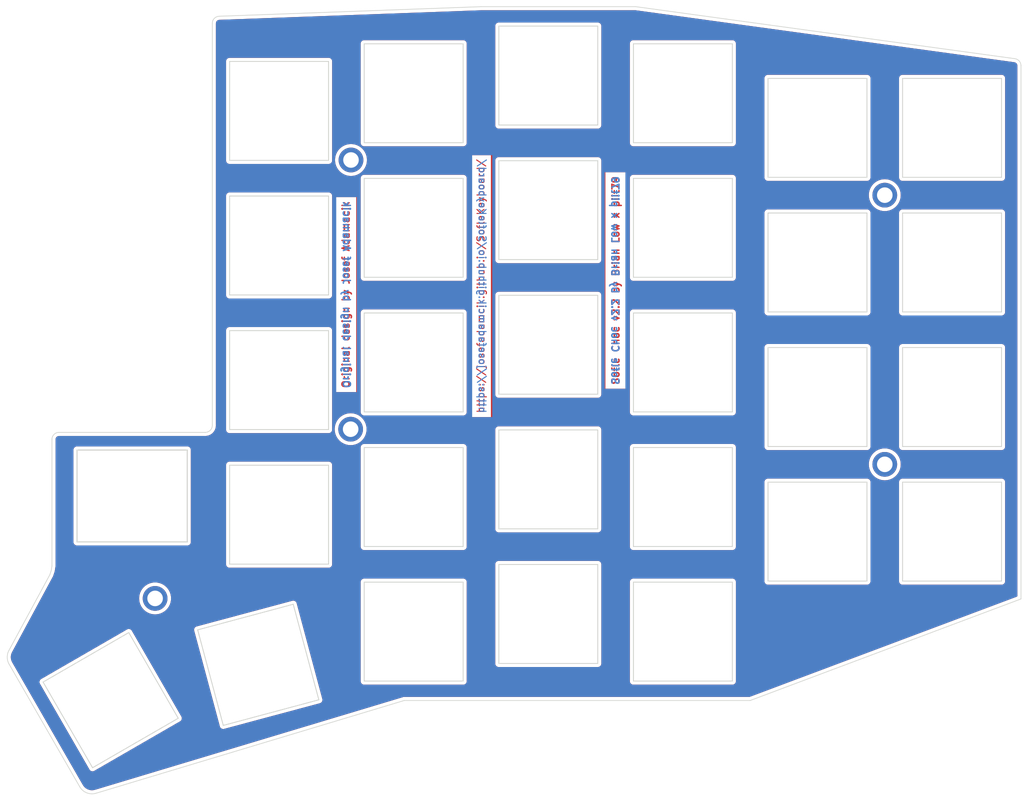
<source format=kicad_pcb>
(kicad_pcb (version 20211014) (generator pcbnew)
  (layers (0 "F.Cu" signal) (31 "B.Cu" signal) (34 "B.Paste" user) (35 "F.Paste" user) (36 "B.SilkS" user "B.Silkscreen") (37 "F.SilkS" user "F.Silkscreen") (38 "B.Mask" user) (39 "F.Mask" user) (44 "Edge.Cuts" user))
  (net 0 "")
  (footprint "MountingHole:MountingHole_2.2mm_M2_ISO7380_Pad" (layer "F.Cu") (at 206.275 61.925)
    (fp_text reference "TH4" hide)
    (fp_text value "HOLE" hide)
    (pad "1" thru_hole circle (at 0 0) (size 3.5 3.5) (drill 2.2) (layers *.Cu *.Mask))
  )
  (footprint "MountingHole:MountingHole_2.2mm_M2_ISO7380_Pad" (layer "F.Cu") (at 130.725 56.95)
    (fp_text reference "TH3" hide)
    (fp_text value "HOLE" hide)
    (pad "1" thru_hole circle (at 0 0) (size 3.5 3.5) (drill 2.2) (layers *.Cu *.Mask))
  )
  (footprint "MountingHole:MountingHole_2.2mm_M2_ISO7380_Pad" (layer "F.Cu") (at 206.275 100.025)
    (fp_text reference "TH6" hide)
    (fp_text value "HOLE" hide)
    (pad "1" thru_hole circle (at 0 0) (size 3.5 3.5) (drill 2.2) (layers *.Cu *.Mask))
  )
  (footprint "MountingHole:MountingHole_2.2mm_M2_ISO7380_Pad" (layer "F.Cu") (at 130.675 95.05)
    (fp_text reference "TH5" hide)
    (fp_text value "HOLE" hide)
    (pad "1" thru_hole circle (at 0 0) (size 3.5 3.5) (drill 2.2) (layers *.Cu *.Mask))
  )
  (footprint "MountingHole:MountingHole_2.2mm_M2_ISO7380_Pad" (layer "F.Cu") (at 103 119 180)
    (fp_text reference "TH7" hide)
    (fp_text value "HOLE" hide)
    (pad "1" thru_hole circle (at 0 0 180) (size 3.5 3.5) (drill 2.2) (layers *.Cu *.Mask))
  )
  (footprint "SofleChocTop:SW_Hole" (layer "F.Cu") (at 215.8 52.4)
    (fp_text reference "SW2" hide)
    (fp_text value "KEY_SWITCH" hide)
    (fp_line (start -7 7) (end 7 7) (layer "Edge.Cuts") (width 0.12))
    (fp_line (start 7 -7) (end -7 -7) (layer "Edge.Cuts") (width 0.12))
    (fp_line (start 7 7) (end 7 -7) (layer "Edge.Cuts") (width 0.12))
    (fp_line (start -7 -7) (end -7 7) (layer "Edge.Cuts") (width 0.12))
  )
  (footprint "SofleChocTop:SW_Hole" (layer "F.Cu") (at 196.75 52.4)
    (fp_text reference "SW2" hide)
    (fp_text value "KEY_SWITCH" hide)
    (fp_line (start -7 -7) (end -7 7) (layer "Edge.Cuts") (width 0.12))
    (fp_line (start 7 7) (end 7 -7) (layer "Edge.Cuts") (width 0.12))
    (fp_line (start 7 -7) (end -7 -7) (layer "Edge.Cuts") (width 0.12))
    (fp_line (start -7 7) (end 7 7) (layer "Edge.Cuts") (width 0.12))
  )
  (footprint "SofleChocTop:SW_Hole" (layer "F.Cu") (at 196.75 71.45)
    (fp_text reference "SW2" hide)
    (fp_text value "KEY_SWITCH" hide)
    (fp_line (start -7 7) (end 7 7) (layer "Edge.Cuts") (width 0.12))
    (fp_line (start 7 -7) (end -7 -7) (layer "Edge.Cuts") (width 0.12))
    (fp_line (start -7 -7) (end -7 7) (layer "Edge.Cuts") (width 0.12))
    (fp_line (start 7 7) (end 7 -7) (layer "Edge.Cuts") (width 0.12))
  )
  (footprint "SofleChocTop:SW_Hole" (layer "F.Cu") (at 215.8 71.45)
    (fp_text reference "SW2" hide)
    (fp_text value "KEY_SWITCH" hide)
    (fp_line (start -7 -7) (end -7 7) (layer "Edge.Cuts") (width 0.12))
    (fp_line (start 7 -7) (end -7 -7) (layer "Edge.Cuts") (width 0.12))
    (fp_line (start 7 7) (end 7 -7) (layer "Edge.Cuts") (width 0.12))
    (fp_line (start -7 7) (end 7 7) (layer "Edge.Cuts") (width 0.12))
  )
  (footprint "SofleChocTop:SW_Hole" (layer "F.Cu") (at 196.75 90.5)
    (fp_text reference "SW2" hide)
    (fp_text value "KEY_SWITCH" hide)
    (fp_line (start -7 -7) (end -7 7) (layer "Edge.Cuts") (width 0.12))
    (fp_line (start 7 7) (end 7 -7) (layer "Edge.Cuts") (width 0.12))
    (fp_line (start -7 7) (end 7 7) (layer "Edge.Cuts") (width 0.12))
    (fp_line (start 7 -7) (end -7 -7) (layer "Edge.Cuts") (width 0.12))
  )
  (footprint "SofleChocTop:SW_Hole" (layer "F.Cu") (at 215.8 90.5)
    (fp_text reference "SW2" hide)
    (fp_text value "KEY_SWITCH" hide)
    (fp_line (start 7 7) (end 7 -7) (layer "Edge.Cuts") (width 0.12))
    (fp_line (start -7 7) (end 7 7) (layer "Edge.Cuts") (width 0.12))
    (fp_line (start -7 -7) (end -7 7) (layer "Edge.Cuts") (width 0.12))
    (fp_line (start 7 -7) (end -7 -7) (layer "Edge.Cuts") (width 0.12))
  )
  (footprint "SofleChocTop:SW_Hole" (layer "F.Cu") (at 196.75 109.55)
    (fp_text reference "SW2" hide)
    (fp_text value "KEY_SWITCH" hide)
    (fp_line (start 7 7) (end 7 -7) (layer "Edge.Cuts") (width 0.12))
    (fp_line (start 7 -7) (end -7 -7) (layer "Edge.Cuts") (width 0.12))
    (fp_line (start -7 -7) (end -7 7) (layer "Edge.Cuts") (width 0.12))
    (fp_line (start -7 7) (end 7 7) (layer "Edge.Cuts") (width 0.12))
  )
  (footprint "SofleChocTop:SW_Hole" (layer "F.Cu") (at 177.7 47.5)
    (fp_text reference "SW2" hide)
    (fp_text value "KEY_SWITCH" hide)
    (fp_line (start 7 7) (end 7 -7) (layer "Edge.Cuts") (width 0.12))
    (fp_line (start 7 -7) (end -7 -7) (layer "Edge.Cuts") (width 0.12))
    (fp_line (start -7 -7) (end -7 7) (layer "Edge.Cuts") (width 0.12))
    (fp_line (start -7 7) (end 7 7) (layer "Edge.Cuts") (width 0.12))
  )
  (footprint "SofleChocTop:SW_Hole" (layer "F.Cu") (at 177.7 66.55)
    (fp_text reference "SW2" hide)
    (fp_text value "KEY_SWITCH" hide)
    (fp_line (start 7 -7) (end -7 -7) (layer "Edge.Cuts") (width 0.12))
    (fp_line (start 7 7) (end 7 -7) (layer "Edge.Cuts") (width 0.12))
    (fp_line (start -7 -7) (end -7 7) (layer "Edge.Cuts") (width 0.12))
    (fp_line (start -7 7) (end 7 7) (layer "Edge.Cuts") (width 0.12))
  )
  (footprint "SofleChocTop:SW_Hole" (layer "F.Cu") (at 177.7 85.6)
    (fp_text reference "SW2" hide)
    (fp_text value "KEY_SWITCH" hide)
    (fp_line (start 7 7) (end 7 -7) (layer "Edge.Cuts") (width 0.12))
    (fp_line (start -7 7) (end 7 7) (layer "Edge.Cuts") (width 0.12))
    (fp_line (start -7 -7) (end -7 7) (layer "Edge.Cuts") (width 0.12))
    (fp_line (start 7 -7) (end -7 -7) (layer "Edge.Cuts") (width 0.12))
  )
  (footprint "SofleChocTop:SW_Hole" (layer "F.Cu") (at 177.7 104.65)
    (fp_text reference "SW2" hide)
    (fp_text value "KEY_SWITCH" hide)
    (fp_line (start -7 7) (end 7 7) (layer "Edge.Cuts") (width 0.12))
    (fp_line (start -7 -7) (end -7 7) (layer "Edge.Cuts") (width 0.12))
    (fp_line (start 7 7) (end 7 -7) (layer "Edge.Cuts") (width 0.12))
    (fp_line (start 7 -7) (end -7 -7) (layer "Edge.Cuts") (width 0.12))
  )
  (footprint "SofleChocTop:SW_Hole" (layer "F.Cu") (at 177.7 123.7)
    (fp_text reference "SW2" hide)
    (fp_text value "KEY_SWITCH" hide)
    (fp_line (start 7 7) (end 7 -7) (layer "Edge.Cuts") (width 0.12))
    (fp_line (start -7 -7) (end -7 7) (layer "Edge.Cuts") (width 0.12))
    (fp_line (start 7 -7) (end -7 -7) (layer "Edge.Cuts") (width 0.12))
    (fp_line (start -7 7) (end 7 7) (layer "Edge.Cuts") (width 0.12))
  )
  (footprint "SofleChocTop:SW_Hole" (layer "F.Cu") (at 158.65 45)
    (fp_text reference "SW2" hide)
    (fp_text value "KEY_SWITCH" hide)
    (fp_line (start -7 7) (end 7 7) (layer "Edge.Cuts") (width 0.12))
    (fp_line (start 7 7) (end 7 -7) (layer "Edge.Cuts") (width 0.12))
    (fp_line (start -7 -7) (end -7 7) (layer "Edge.Cuts") (width 0.12))
    (fp_line (start 7 -7) (end -7 -7) (layer "Edge.Cuts") (width 0.12))
  )
  (footprint "SofleChocTop:SW_Hole" (layer "F.Cu") (at 158.65 64.05)
    (fp_text reference "SW2" hide)
    (fp_text value "KEY_SWITCH" hide)
    (fp_line (start 7 7) (end 7 -7) (layer "Edge.Cuts") (width 0.12))
    (fp_line (start -7 7) (end 7 7) (layer "Edge.Cuts") (width 0.12))
    (fp_line (start 7 -7) (end -7 -7) (layer "Edge.Cuts") (width 0.12))
    (fp_line (start -7 -7) (end -7 7) (layer "Edge.Cuts") (width 0.12))
  )
  (footprint "SofleChocTop:SW_Hole" (layer "F.Cu") (at 158.65 83.1)
    (fp_text reference "SW2" hide)
    (fp_text value "KEY_SWITCH" hide)
    (fp_line (start -7 7) (end 7 7) (layer "Edge.Cuts") (width 0.12))
    (fp_line (start 7 7) (end 7 -7) (layer "Edge.Cuts") (width 0.12))
    (fp_line (start 7 -7) (end -7 -7) (layer "Edge.Cuts") (width 0.12))
    (fp_line (start -7 -7) (end -7 7) (layer "Edge.Cuts") (width 0.12))
  )
  (footprint "SofleChocTop:SW_Hole" (layer "F.Cu") (at 158.65 102.15)
    (fp_text reference "SW2" hide)
    (fp_text value "KEY_SWITCH" hide)
    (fp_line (start -7 7) (end 7 7) (layer "Edge.Cuts") (width 0.12))
    (fp_line (start 7 7) (end 7 -7) (layer "Edge.Cuts") (width 0.12))
    (fp_line (start -7 -7) (end -7 7) (layer "Edge.Cuts") (width 0.12))
    (fp_line (start 7 -7) (end -7 -7) (layer "Edge.Cuts") (width 0.12))
  )
  (footprint "SofleChocTop:SW_Hole" (layer "F.Cu") (at 158.65 121.2)
    (fp_text reference "SW2" hide)
    (fp_text value "KEY_SWITCH" hide)
    (fp_line (start -7 7) (end 7 7) (layer "Edge.Cuts") (width 0.12))
    (fp_line (start 7 -7) (end -7 -7) (layer "Edge.Cuts") (width 0.12))
    (fp_line (start 7 7) (end 7 -7) (layer "Edge.Cuts") (width 0.12))
    (fp_line (start -7 -7) (end -7 7) (layer "Edge.Cuts") (width 0.12))
  )
  (footprint "SofleChocTop:SW_Hole" (layer "F.Cu") (at 139.6 47.5)
    (fp_text reference "SW2" hide)
    (fp_text value "KEY_SWITCH" hide)
    (fp_line (start 7 7) (end 7 -7) (layer "Edge.Cuts") (width 0.12))
    (fp_line (start -7 7) (end 7 7) (layer "Edge.Cuts") (width 0.12))
    (fp_line (start -7 -7) (end -7 7) (layer "Edge.Cuts") (width 0.12))
    (fp_line (start 7 -7) (end -7 -7) (layer "Edge.Cuts") (width 0.12))
  )
  (footprint "SofleChocTop:SW_Hole" (layer "F.Cu") (at 139.6 66.55)
    (fp_text reference "SW2" hide)
    (fp_text value "KEY_SWITCH" hide)
    (fp_line (start 7 7) (end 7 -7) (layer "Edge.Cuts") (width 0.12))
    (fp_line (start -7 -7) (end -7 7) (layer "Edge.Cuts") (width 0.12))
    (fp_line (start 7 -7) (end -7 -7) (layer "Edge.Cuts") (width 0.12))
    (fp_line (start -7 7) (end 7 7) (layer "Edge.Cuts") (width 0.12))
  )
  (footprint "SofleChocTop:SW_Hole" (layer "F.Cu") (at 139.6 85.6)
    (fp_text reference "SW2" hide)
    (fp_text value "KEY_SWITCH" hide)
    (fp_line (start 7 7) (end 7 -7) (layer "Edge.Cuts") (width 0.12))
    (fp_line (start 7 -7) (end -7 -7) (layer "Edge.Cuts") (width 0.12))
    (fp_line (start -7 -7) (end -7 7) (layer "Edge.Cuts") (width 0.12))
    (fp_line (start -7 7) (end 7 7) (layer "Edge.Cuts") (width 0.12))
  )
  (footprint "SofleChocTop:SW_Hole" (layer "F.Cu") (at 139.6 104.65)
    (fp_text reference "SW2" hide)
    (fp_text value "KEY_SWITCH" hide)
    (fp_line (start -7 -7) (end -7 7) (layer "Edge.Cuts") (width 0.12))
    (fp_line (start 7 7) (end 7 -7) (layer "Edge.Cuts") (width 0.12))
    (fp_line (start 7 -7) (end -7 -7) (layer "Edge.Cuts") (width 0.12))
    (fp_line (start -7 7) (end 7 7) (layer "Edge.Cuts") (width 0.12))
  )
  (footprint "SofleChocTop:SW_Hole" (layer "F.Cu") (at 139.6 123.7)
    (fp_text reference "SW2" hide)
    (fp_text value "KEY_SWITCH" hide)
    (fp_line (start 7 7) (end 7 -7) (layer "Edge.Cuts") (width 0.12))
    (fp_line (start -7 -7) (end -7 7) (layer "Edge.Cuts") (width 0.12))
    (fp_line (start 7 -7) (end -7 -7) (layer "Edge.Cuts") (width 0.12))
    (fp_line (start -7 7) (end 7 7) (layer "Edge.Cuts") (width 0.12))
  )
  (footprint "SofleChocTop:SW_Hole" (layer "F.Cu") (at 120.55 50)
    (fp_text reference "SW2" hide)
    (fp_text value "KEY_SWITCH" hide)
    (fp_line (start -7 -7) (end -7 7) (layer "Edge.Cuts") (width 0.12))
    (fp_line (start -7 7) (end 7 7) (layer "Edge.Cuts") (width 0.12))
    (fp_line (start 7 -7) (end -7 -7) (layer "Edge.Cuts") (width 0.12))
    (fp_line (start 7 7) (end 7 -7) (layer "Edge.Cuts") (width 0.12))
  )
  (footprint "SofleChocTop:SW_Hole" (layer "F.Cu") (at 120.55 69.05)
    (fp_text reference "SW2" hide)
    (fp_text value "KEY_SWITCH" hide)
    (fp_line (start -7 7) (end 7 7) (layer "Edge.Cuts") (width 0.12))
    (fp_line (start 7 7) (end 7 -7) (layer "Edge.Cuts") (width 0.12))
    (fp_line (start -7 -7) (end -7 7) (layer "Edge.Cuts") (width 0.12))
    (fp_line (start 7 -7) (end -7 -7) (layer "Edge.Cuts") (width 0.12))
  )
  (footprint "SofleChocTop:SW_Hole" (layer "F.Cu") (at 120.55 88.1)
    (fp_text reference "SW2" hide)
    (fp_text value "KEY_SWITCH" hide)
    (fp_line (start -7 -7) (end -7 7) (layer "Edge.Cuts") (width 0.12))
    (fp_line (start -7 7) (end 7 7) (layer "Edge.Cuts") (width 0.12))
    (fp_line (start 7 7) (end 7 -7) (layer "Edge.Cuts") (width 0.12))
    (fp_line (start 7 -7) (end -7 -7) (layer "Edge.Cuts") (width 0.12))
  )
  (footprint "SofleChocTop:SW_Hole" (layer "F.Cu") (at 120.55 107.15)
    (fp_text reference "SW2" hide)
    (fp_text value "KEY_SWITCH" hide)
    (fp_line (start -7 -7) (end -7 7) (layer "Edge.Cuts") (width 0.12))
    (fp_line (start -7 7) (end 7 7) (layer "Edge.Cuts") (width 0.12))
    (fp_line (start 7 7) (end 7 -7) (layer "Edge.Cuts") (width 0.12))
    (fp_line (start 7 -7) (end -7 -7) (layer "Edge.Cuts") (width 0.12))
  )
  (footprint "SofleChocTop:SW_Hole" (layer "F.Cu") (at 117.6 128.4 -165)
    (fp_text reference "SW2" hide)
    (fp_text value "KEY_SWITCH" hide)
    (fp_line (start 7 7) (end 7 -7) (layer "Edge.Cuts") (width 0.12))
    (fp_line (start -7 -7) (end -7 7) (layer "Edge.Cuts") (width 0.12))
    (fp_line (start 7 -7) (end -7 -7) (layer "Edge.Cuts") (width 0.12))
    (fp_line (start -7 7) (end 7 7) (layer "Edge.Cuts") (width 0.12))
  )
  (footprint "SofleChocTop:SW_Hole" (layer "F.Cu") (at 96.71 133.4 120)
    (fp_text reference "SW2" hide)
    (fp_text value "KEY_SWITCH" hide)
    (fp_line (start 7 -7) (end -7 -7) (layer "Edge.Cuts") (width 0.12))
    (fp_line (start 7 7) (end 7 -7) (layer "Edge.Cuts") (width 0.12))
    (fp_line (start -7 -7) (end -7 7) (layer "Edge.Cuts") (width 0.12))
    (fp_line (start -7 7) (end 7 7) (layer "Edge.Cuts") (width 0.12))
  )
  (footprint "SofleChocTop:SW_Hole" (layer "F.Cu") (at 215.8 109.55)
    (fp_text reference "SW2" hide)
    (fp_text value "KEY_SWITCH" hide)
    (fp_line (start -7 7) (end 7 7) (layer "Edge.Cuts") (width 0.12))
    (fp_line (start 7 7) (end 7 -7) (layer "Edge.Cuts") (width 0.12))
    (fp_line (start -7 -7) (end -7 7) (layer "Edge.Cuts") (width 0.12))
    (fp_line (start 7 -7) (end -7 -7) (layer "Edge.Cuts") (width 0.12))
  )
  (gr_line (start 92.331436 145.655171) (end 82.341192 128.315644) (layer "Edge.Cuts") (width 0.1))
  (gr_line (start 171.0472 35.2496) (end 224.69662 42.610751) (layer "Edge.Cuts") (width 0.1))
  (gr_line (start 88.4 114.4036) (end 88.2972 115.0536) (layer "Edge.Cuts") (width 0.1))
  (gr_line (start 225.55 119.075) (end 187.225 133.45) (layer "Edge.Cuts") (width 0.1))
  (gr_line (start 88.2972 115.0536) (end 88.0972 115.6536) (layer "Edge.Cuts") (width 0.1))
  (gr_line (start 225.55 43.6) (end 225.55 119.075) (layer "Edge.Cuts") (width 0.1))
  (gr_line (start 82.290056 126.397917) (end 88.0972 115.6536) (layer "Edge.Cuts") (width 0.1))
  (gr_line (start 149.0972 35.2496) (end 112.05424 36.604523) (layer "Edge.Cuts") (width 0.1))
  (gr_line (start 138.251328 133.45) (end 187.225 133.45) (layer "Edge.Cuts") (width 0.1))
  (gr_line (start 138.251328 133.45) (end 94.62 146.58) (layer "Edge.Cuts") (width 0.1))
  (gr_line (start 149.0972 35.2496) (end 171.0472 35.2496) (layer "Edge.Cuts") (width 0.1))
  (gr_line (start 88.4 114.4036) (end 88.4 96.4986) (layer "Edge.Cuts") (width 0.1))
  (gr_line (start 91.95 110.9998) (end 107.55 110.9998) (layer "Edge.Cuts") (width 0.15))
  (gr_line (start 89.4 95.4986) (end 110.0972 95.4986) (layer "Edge.Cuts") (width 0.1))
  (gr_arc (start 111.0972 94.4986) (mid 110.804307 95.205707) (end 110.0972 95.4986) (layer "Edge.Cuts") (width 0.1))
  (gr_line (start 91.95 97.9998) (end 91.95 110.9998) (layer "Edge.Cuts") (width 0.15))
  (gr_line (start 107.55 97.9998) (end 91.95 97.9998) (layer "Edge.Cuts") (width 0.15))
  (gr_line (start 107.55 110.9998) (end 107.55 97.9998) (layer "Edge.Cuts") (width 0.15))
  (gr_arc (start 88.4 96.4986) (mid 88.692893 95.791493) (end 89.4 95.4986) (layer "Edge.Cuts") (width 0.1))
  (gr_arc (start 82.341192 128.315644) (mid 82.070767 127.36331) (end 82.290056 126.397917) (layer "Edge.Cuts") (width 0.1))
  (gr_arc (start 224.69662 42.610751) (mid 225.30745 42.94662) (end 225.55 43.6) (layer "Edge.Cuts") (width 0.1))
  (gr_arc (start 94.62 146.58) (mid 93.316044 146.512711) (end 92.331436 145.655171) (layer "Edge.Cuts") (width 0.1))
  (gr_arc (start 111.0972 37.6036) (mid 111.37516 36.91194) (end 112.05424 36.604523) (layer "Edge.Cuts") (width 0.1))
  (gr_line (start 111.0972 94.4986) (end 111.0972 37.6036) (layer "Edge.Cuts") (width 0.1))
  (gr_text "https://josefadamcik.github.io/SofleKeyboard/" (at 149.1 74.8 90) (layer "F.Cu") (effects (font (size 1 1))))
  (gr_text "Original design by Josef Adamacik" (at 130 76 90) (layer "F.Cu") (effects (font (size 1 1) (thickness 0.2))))
  (gr_text "Sofle Choc v2.2 by Brian Low x piit79" (at 168.2 74 90) (layer "F.Cu") (effects (font (size 1 1) (thickness 0.2))))
  (gr_text "https://josefadamcik.github.io/SofleKeyboard/" (at 149.3 74.8 270) (layer "B.Cu") (effects (font (size 1 1)) (justify mirror)))
  (gr_text "Original design by Josef Adamacik" (at 130.1 76 -90) (layer "B.Cu") (effects (font (size 1 1) (thickness 0.2)) (justify mirror)))
  (gr_text "Sofle Choc v2.2 by Brian Low x piit79" (at 168.1 74.0039 -90) (layer "B.Cu") (effects (font (size 1 1) (thickness 0.2)) (justify mirror)))
  (zone (net 0) (net_name "") (layers F&B.Cu) (connect_pads (clearance 0.508)) (min_thickness 0.254) (fill yes (thermal_gap 0.508) (thermal_bridge_width 0.508))
    (polygon (pts (xy 81.0472 127.2036) (xy 92.9972 147.6536) (xy 138.5 134.2) (xy 187.2 134.1) (xy 226 119.4) (xy 226 42.6) (xy 171.7972 34.3036) (xy 87.5472 36.6036) (xy 87.8972 115.0036)))
  )
)
</source>
